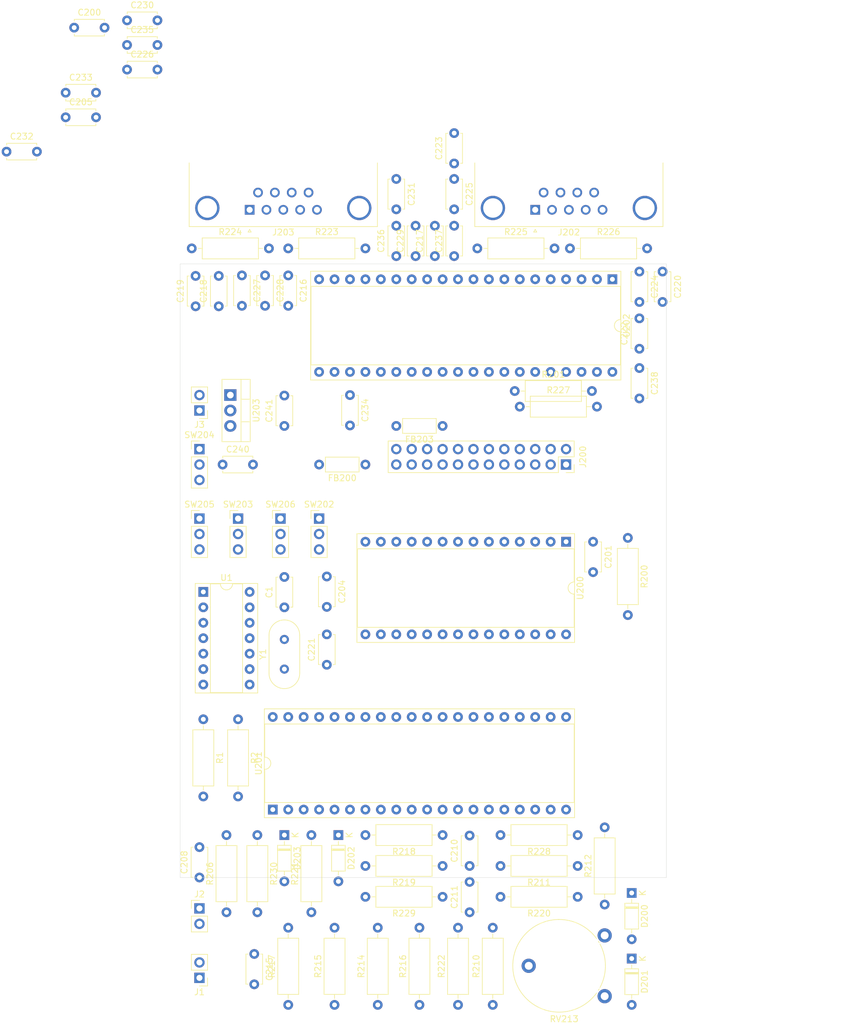
<source format=kicad_pcb>
(kicad_pcb (version 20171130) (host pcbnew "(5.1.5)-3")
  (layers (0 F.Cu signal) (31 B.Cu signal) (34 B.Paste user) (35 F.Paste user) (36 B.SilkS user) (37 F.SilkS user) (38 B.Mask user) (39 F.Mask user) (44 Edge.Cuts user))
  (net 0 "")
  (net 1 "Net-(C1-Pad2)")
  (net 2 "Net-(C1-Pad1)")
  (net 3 GND)
  (net 4 VCC)
  (net 5 "Net-(C201-Pad1)")
  (net 6 CADJ)
  (net 7 "Net-(C208-Pad2)")
  (net 8 "Net-(C208-Pad1)")
  (net 9 "Net-(C210-Pad2)")
  (net 10 "Net-(C210-Pad1)")
  (net 11 "Net-(C211-Pad1)")
  (net 12 "Net-(C215-Pad2)")
  (net 13 "Net-(C216-Pad1)")
  (net 14 "Net-(C217-Pad1)")
  (net 15 "Net-(C219-Pad1)")
  (net 16 "Net-(C220-Pad1)")
  (net 17 "Net-(C221-Pad1)")
  (net 18 /PA0)
  (net 19 /PA1)
  (net 20 /PA2)
  (net 21 /PA3)
  (net 22 /PA4)
  (net 23 /PA5)
  (net 24 /PA6)
  (net 25 /PA7)
  (net 26 "Net-(C231-Pad1)")
  (net 27 "Net-(C232-Pad1)")
  (net 28 "Net-(C233-Pad1)")
  (net 29 "Net-(C234-Pad1)")
  (net 30 "Net-(C235-Pad1)")
  (net 31 "Net-(C238-Pad1)")
  (net 32 +9V)
  (net 33 "Net-(D200-Pad2)")
  (net 34 "Net-(D201-Pad2)")
  (net 35 "Net-(D202-Pad2)")
  (net 36 "Net-(D202-Pad1)")
  (net 37 "Net-(D203-Pad2)")
  (net 38 "Net-(D203-Pad1)")
  (net 39 "Net-(FB200-Pad2)")
  (net 40 "Net-(FB203-Pad1)")
  (net 41 /A8)
  (net 42 /A9)
  (net 43 /A11)
  (net 44 /A10)
  (net 45 /A12)
  (net 46 /D7)
  (net 47 /D6)
  (net 48 /D5)
  (net 49 /D4)
  (net 50 /D3)
  (net 51 /D2)
  (net 52 /D1)
  (net 53 /D0)
  (net 54 /A0)
  (net 55 /A1)
  (net 56 /A2)
  (net 57 /A3)
  (net 58 /A4)
  (net 59 /A5)
  (net 60 /A6)
  (net 61 /A7)
  (net 62 "Net-(R1-Pad2)")
  (net 63 "Net-(R2-Pad1)")
  (net 64 "Net-(R214-Pad2)")
  (net 65 "Net-(R216-Pad2)")
  (net 66 AnalogP2)
  (net 67 AnalogP1)
  (net 68 OSC)
  (net 69 "Net-(U200-Pad28)")
  (net 70 "Net-(U200-Pad27)")
  (net 71 "Net-(U200-Pad26)")
  (net 72 "Net-(R201-Pad1)")
  (module Resistor_THT:R_Axial_DIN0309_L9.0mm_D3.2mm_P12.70mm_Horizontal (layer F.Cu) (at 154.110001 140.305001)
    (fp_text reference R201 (at 6.35 -2.72) (layer F.SilkS))
    (fp_text value 4K7)
    (pad 2 thru_hole oval (at 12.7 0) (size 1.6 1.6) (drill 0.8) (layers *.Cu *.Mask) (net 4 VCC))
    (pad 1 thru_hole circle (at 0 0) (size 1.6 1.6) (drill 0.8) (layers *.Cu *.Mask) (net 72 "Net-(R201-Pad1)"))
  )
  (module Connector_Dsub:DSUB-9_Female_Horizontal_P2.77x2.84mm_EdgePinOffset4.94mm_Housed_MountingHolesOffset7.48mm (layer F.Cu) (at 110.49 110.49 180)
    (fp_text reference J203 (at -5.54 -3.7) (layer F.SilkS))
    (fp_text value Paddle_Two)
    (pad 0 thru_hole circle (at 6.96 0.3 180) (size 4 4) (drill 3.2) (layers *.Cu *.Mask))
    (pad 0 thru_hole circle (at -18.04 0.3 180) (size 4 4) (drill 3.2) (layers *.Cu *.Mask))
    (pad 9 thru_hole circle (at -9.695 2.84 180) (size 1.6 1.6) (drill 1) (layers *.Cu *.Mask) (net 15 "Net-(C219-Pad1)"))
    (pad 8 thru_hole circle (at -6.925 2.84 180) (size 1.6 1.6) (drill 1) (layers *.Cu *.Mask) (net 3 GND))
    (pad 7 thru_hole circle (at -4.155 2.84 180) (size 1.6 1.6) (drill 1) (layers *.Cu *.Mask) (net 4 VCC))
    (pad 6 thru_hole circle (at -1.385 2.84 180) (size 1.6 1.6) (drill 1) (layers *.Cu *.Mask) (net 13 "Net-(C216-Pad1)"))
    (pad 5 thru_hole circle (at -11.08 0 180) (size 1.6 1.6) (drill 1) (layers *.Cu *.Mask) (net 3 GND))
    (pad 4 thru_hole circle (at -8.31 0 180) (size 1.6 1.6) (drill 1) (layers *.Cu *.Mask) (net 25 /PA7))
    (pad 3 thru_hole circle (at -5.54 0 180) (size 1.6 1.6) (drill 1) (layers *.Cu *.Mask) (net 24 /PA6))
    (pad 2 thru_hole circle (at -2.77 0 180) (size 1.6 1.6) (drill 1) (layers *.Cu *.Mask) (net 23 /PA5))
    (pad 1 thru_hole rect (at 0 0 180) (size 1.6 1.6) (drill 1) (layers *.Cu *.Mask) (net 22 /PA4))
  )
  (module Connector_Dsub:DSUB-9_Female_Horizontal_P2.77x2.84mm_EdgePinOffset4.94mm_Housed_MountingHolesOffset7.48mm (layer F.Cu) (at 157.48 110.49 180)
    (fp_text reference J202 (at -5.54 -3.7) (layer F.SilkS))
    (fp_text value Paddle_One)
    (pad 0 thru_hole circle (at 6.96 0.3 180) (size 4 4) (drill 3.2) (layers *.Cu *.Mask))
    (pad 0 thru_hole circle (at -18.04 0.3 180) (size 4 4) (drill 3.2) (layers *.Cu *.Mask))
    (pad 9 thru_hole circle (at -9.695 2.84 180) (size 1.6 1.6) (drill 1) (layers *.Cu *.Mask) (net 17 "Net-(C221-Pad1)"))
    (pad 8 thru_hole circle (at -6.925 2.84 180) (size 1.6 1.6) (drill 1) (layers *.Cu *.Mask) (net 3 GND))
    (pad 7 thru_hole circle (at -4.155 2.84 180) (size 1.6 1.6) (drill 1) (layers *.Cu *.Mask) (net 4 VCC))
    (pad 6 thru_hole circle (at -1.385 2.84 180) (size 1.6 1.6) (drill 1) (layers *.Cu *.Mask) (net 14 "Net-(C217-Pad1)"))
    (pad 5 thru_hole circle (at -11.08 0 180) (size 1.6 1.6) (drill 1) (layers *.Cu *.Mask) (net 16 "Net-(C220-Pad1)"))
    (pad 4 thru_hole circle (at -8.31 0 180) (size 1.6 1.6) (drill 1) (layers *.Cu *.Mask) (net 21 /PA3))
    (pad 3 thru_hole circle (at -5.54 0 180) (size 1.6 1.6) (drill 1) (layers *.Cu *.Mask) (net 20 /PA2))
    (pad 2 thru_hole circle (at -2.77 0 180) (size 1.6 1.6) (drill 1) (layers *.Cu *.Mask) (net 19 /PA1))
    (pad 1 thru_hole rect (at 0 0 180) (size 1.6 1.6) (drill 1) (layers *.Cu *.Mask) (net 18 /PA0))
  )
  (module Package_DIP:DIP-40_W15.24mm_Socket (layer F.Cu) (at 170.18 121.92 270)
    (fp_text reference U202 (at 7.62 -2.33 90) (layer F.SilkS))
    (fp_text value 6532)
    (pad 40 thru_hole oval (at 15.24 0 270) (size 1.6 1.6) (drill 0.8) (layers *.Cu *.Mask) (net 60 /A6))
    (pad 20 thru_hole oval (at 0 48.26 270) (size 1.6 1.6) (drill 0.8) (layers *.Cu *.Mask) (net 4 VCC))
    (pad 39 thru_hole oval (at 15.24 2.54 270) (size 1.6 1.6) (drill 0.8) (layers *.Cu *.Mask) (net 69 "Net-(U200-Pad28)"))
    (pad 19 thru_hole oval (at 0 45.72 270) (size 1.6 1.6) (drill 0.8) (layers *.Cu *.Mask))
    (pad 38 thru_hole oval (at 15.24 5.08 270) (size 1.6 1.6) (drill 0.8) (layers *.Cu *.Mask) (net 61 /A7))
    (pad 18 thru_hole oval (at 0 43.18 270) (size 1.6 1.6) (drill 0.8) (layers *.Cu *.Mask))
    (pad 37 thru_hole oval (at 15.24 7.62 270) (size 1.6 1.6) (drill 0.8) (layers *.Cu *.Mask) (net 45 /A12))
    (pad 17 thru_hole oval (at 0 40.64 270) (size 1.6 1.6) (drill 0.8) (layers *.Cu *.Mask) (net 27 "Net-(C232-Pad1)"))
    (pad 36 thru_hole oval (at 15.24 10.16 270) (size 1.6 1.6) (drill 0.8) (layers *.Cu *.Mask) (net 42 /A9))
    (pad 16 thru_hole oval (at 0 38.1 270) (size 1.6 1.6) (drill 0.8) (layers *.Cu *.Mask) (net 26 "Net-(C231-Pad1)"))
    (pad 35 thru_hole oval (at 15.24 12.7 270) (size 1.6 1.6) (drill 0.8) (layers *.Cu *.Mask) (net 71 "Net-(U200-Pad26)"))
    (pad 15 thru_hole oval (at 0 35.56 270) (size 1.6 1.6) (drill 0.8) (layers *.Cu *.Mask) (net 25 /PA7))
    (pad 34 thru_hole oval (at 15.24 15.24 270) (size 1.6 1.6) (drill 0.8) (layers *.Cu *.Mask) (net 31 "Net-(C238-Pad1)"))
    (pad 14 thru_hole oval (at 0 33.02 270) (size 1.6 1.6) (drill 0.8) (layers *.Cu *.Mask) (net 24 /PA6))
    (pad 33 thru_hole oval (at 15.24 17.78 270) (size 1.6 1.6) (drill 0.8) (layers *.Cu *.Mask) (net 53 /D0))
    (pad 13 thru_hole oval (at 0 30.48 270) (size 1.6 1.6) (drill 0.8) (layers *.Cu *.Mask) (net 23 /PA5))
    (pad 32 thru_hole oval (at 15.24 20.32 270) (size 1.6 1.6) (drill 0.8) (layers *.Cu *.Mask) (net 52 /D1))
    (pad 12 thru_hole oval (at 0 27.94 270) (size 1.6 1.6) (drill 0.8) (layers *.Cu *.Mask) (net 22 /PA4))
    (pad 31 thru_hole oval (at 15.24 22.86 270) (size 1.6 1.6) (drill 0.8) (layers *.Cu *.Mask) (net 51 /D2))
    (pad 11 thru_hole oval (at 0 25.4 270) (size 1.6 1.6) (drill 0.8) (layers *.Cu *.Mask) (net 21 /PA3))
    (pad 30 thru_hole oval (at 15.24 25.4 270) (size 1.6 1.6) (drill 0.8) (layers *.Cu *.Mask) (net 50 /D3))
    (pad 10 thru_hole oval (at 0 22.86 270) (size 1.6 1.6) (drill 0.8) (layers *.Cu *.Mask) (net 20 /PA2))
    (pad 29 thru_hole oval (at 15.24 27.94 270) (size 1.6 1.6) (drill 0.8) (layers *.Cu *.Mask) (net 49 /D4))
    (pad 9 thru_hole oval (at 0 20.32 270) (size 1.6 1.6) (drill 0.8) (layers *.Cu *.Mask) (net 19 /PA1))
    (pad 28 thru_hole oval (at 15.24 30.48 270) (size 1.6 1.6) (drill 0.8) (layers *.Cu *.Mask) (net 48 /D5))
    (pad 8 thru_hole oval (at 0 17.78 270) (size 1.6 1.6) (drill 0.8) (layers *.Cu *.Mask) (net 18 /PA0))
    (pad 27 thru_hole oval (at 15.24 33.02 270) (size 1.6 1.6) (drill 0.8) (layers *.Cu *.Mask) (net 47 /D6))
    (pad 7 thru_hole oval (at 0 15.24 270) (size 1.6 1.6) (drill 0.8) (layers *.Cu *.Mask) (net 54 /A0))
    (pad 26 thru_hole oval (at 15.24 35.56 270) (size 1.6 1.6) (drill 0.8) (layers *.Cu *.Mask) (net 46 /D7))
    (pad 6 thru_hole oval (at 0 12.7 270) (size 1.6 1.6) (drill 0.8) (layers *.Cu *.Mask) (net 55 /A1))
    (pad 25 thru_hole oval (at 15.24 38.1 270) (size 1.6 1.6) (drill 0.8) (layers *.Cu *.Mask))
    (pad 5 thru_hole oval (at 0 10.16 270) (size 1.6 1.6) (drill 0.8) (layers *.Cu *.Mask) (net 56 /A2))
    (pad 24 thru_hole oval (at 15.24 40.64 270) (size 1.6 1.6) (drill 0.8) (layers *.Cu *.Mask) (net 30 "Net-(C235-Pad1)"))
    (pad 4 thru_hole oval (at 0 7.62 270) (size 1.6 1.6) (drill 0.8) (layers *.Cu *.Mask) (net 57 /A3))
    (pad 23 thru_hole oval (at 15.24 43.18 270) (size 1.6 1.6) (drill 0.8) (layers *.Cu *.Mask) (net 29 "Net-(C234-Pad1)"))
    (pad 3 thru_hole oval (at 0 5.08 270) (size 1.6 1.6) (drill 0.8) (layers *.Cu *.Mask) (net 58 /A4))
    (pad 22 thru_hole oval (at 15.24 45.72 270) (size 1.6 1.6) (drill 0.8) (layers *.Cu *.Mask))
    (pad 2 thru_hole oval (at 0 2.54 270) (size 1.6 1.6) (drill 0.8) (layers *.Cu *.Mask) (net 58 /A4))
    (pad 21 thru_hole oval (at 15.24 48.26 270) (size 1.6 1.6) (drill 0.8) (layers *.Cu *.Mask) (net 28 "Net-(C233-Pad1)"))
    (pad 1 thru_hole rect (at 0 0 270) (size 1.6 1.6) (drill 0.8) (layers *.Cu *.Mask) (net 3 GND))
  )
  (module Package_DIP:DIP-40_W15.24mm_Socket (layer F.Cu) (at 114.3 209.169 90)
    (fp_text reference U201 (at 7.62 -2.33 90) (layer F.SilkS))
    (fp_text value TIA)
    (pad 40 thru_hole oval (at 15.24 0 90) (size 1.6 1.6) (drill 0.8) (layers *.Cu *.Mask) (net 3 GND))
    (pad 20 thru_hole oval (at 0 48.26 90) (size 1.6 1.6) (drill 0.8) (layers *.Cu *.Mask) (net 4 VCC))
    (pad 39 thru_hole oval (at 15.24 2.54 90) (size 1.6 1.6) (drill 0.8) (layers *.Cu *.Mask) (net 15 "Net-(C219-Pad1)"))
    (pad 19 thru_hole oval (at 0 45.72 90) (size 1.6 1.6) (drill 0.8) (layers *.Cu *.Mask) (net 48 /D5))
    (pad 38 thru_hole oval (at 15.24 5.08 90) (size 1.6 1.6) (drill 0.8) (layers *.Cu *.Mask) (net 16 "Net-(C220-Pad1)"))
    (pad 18 thru_hole oval (at 0 43.18 90) (size 1.6 1.6) (drill 0.8) (layers *.Cu *.Mask) (net 49 /D4))
    (pad 37 thru_hole oval (at 15.24 7.62 90) (size 1.6 1.6) (drill 0.8) (layers *.Cu *.Mask) (net 17 "Net-(C221-Pad1)"))
    (pad 17 thru_hole oval (at 0 40.64 90) (size 1.6 1.6) (drill 0.8) (layers *.Cu *.Mask) (net 50 /D3))
    (pad 36 thru_hole oval (at 15.24 10.16 90) (size 1.6 1.6) (drill 0.8) (layers *.Cu *.Mask) (net 66 AnalogP2))
    (pad 16 thru_hole oval (at 0 38.1 90) (size 1.6 1.6) (drill 0.8) (layers *.Cu *.Mask) (net 51 /D2))
    (pad 35 thru_hole oval (at 15.24 12.7 90) (size 1.6 1.6) (drill 0.8) (layers *.Cu *.Mask) (net 67 AnalogP1))
    (pad 15 thru_hole oval (at 0 35.56 90) (size 1.6 1.6) (drill 0.8) (layers *.Cu *.Mask) (net 52 /D1))
    (pad 34 thru_hole oval (at 15.24 15.24 90) (size 1.6 1.6) (drill 0.8) (layers *.Cu *.Mask) (net 46 /D7))
    (pad 14 thru_hole oval (at 0 33.02 90) (size 1.6 1.6) (drill 0.8) (layers *.Cu *.Mask) (net 53 /D0))
    (pad 33 thru_hole oval (at 15.24 17.78 90) (size 1.6 1.6) (drill 0.8) (layers *.Cu *.Mask) (net 47 /D6))
    (pad 13 thru_hole oval (at 0 30.48 90) (size 1.6 1.6) (drill 0.8) (layers *.Cu *.Mask) (net 7 "Net-(C208-Pad2)"))
    (pad 32 thru_hole oval (at 15.24 20.32 90) (size 1.6 1.6) (drill 0.8) (layers *.Cu *.Mask) (net 54 /A0))
    (pad 12 thru_hole oval (at 0 27.94 90) (size 1.6 1.6) (drill 0.8) (layers *.Cu *.Mask) (net 7 "Net-(C208-Pad2)"))
    (pad 31 thru_hole oval (at 15.24 22.86 90) (size 1.6 1.6) (drill 0.8) (layers *.Cu *.Mask) (net 55 /A1))
    (pad 11 thru_hole oval (at 0 25.4 90) (size 1.6 1.6) (drill 0.8) (layers *.Cu *.Mask) (net 68 OSC))
    (pad 30 thru_hole oval (at 15.24 25.4 90) (size 1.6 1.6) (drill 0.8) (layers *.Cu *.Mask) (net 56 /A2))
    (pad 10 thru_hole oval (at 0 22.86 90) (size 1.6 1.6) (drill 0.8) (layers *.Cu *.Mask) (net 6 CADJ))
    (pad 29 thru_hole oval (at 15.24 27.94 90) (size 1.6 1.6) (drill 0.8) (layers *.Cu *.Mask) (net 57 /A3))
    (pad 9 thru_hole oval (at 0 20.32 90) (size 1.6 1.6) (drill 0.8) (layers *.Cu *.Mask) (net 9 "Net-(C210-Pad2)"))
    (pad 28 thru_hole oval (at 15.24 30.48 90) (size 1.6 1.6) (drill 0.8) (layers *.Cu *.Mask) (net 58 /A4))
    (pad 8 thru_hole oval (at 0 17.78 90) (size 1.6 1.6) (drill 0.8) (layers *.Cu *.Mask) (net 65 "Net-(R216-Pad2)"))
    (pad 27 thru_hole oval (at 15.24 33.02 90) (size 1.6 1.6) (drill 0.8) (layers *.Cu *.Mask) (net 58 /A4))
    (pad 7 thru_hole oval (at 0 15.24 90) (size 1.6 1.6) (drill 0.8) (layers *.Cu *.Mask) (net 64 "Net-(R214-Pad2)"))
    (pad 26 thru_hole oval (at 15.24 35.56 90) (size 1.6 1.6) (drill 0.8) (layers *.Cu *.Mask) (net 69 "Net-(U200-Pad28)"))
    (pad 6 thru_hole oval (at 0 12.7 90) (size 1.6 1.6) (drill 0.8) (layers *.Cu *.Mask))
    (pad 25 thru_hole oval (at 15.24 38.1 90) (size 1.6 1.6) (drill 0.8) (layers *.Cu *.Mask) (net 71 "Net-(U200-Pad26)"))
    (pad 5 thru_hole oval (at 0 10.16 90) (size 1.6 1.6) (drill 0.8) (layers *.Cu *.Mask) (net 36 "Net-(D202-Pad1)"))
    (pad 24 thru_hole oval (at 15.24 40.64 90) (size 1.6 1.6) (drill 0.8) (layers *.Cu *.Mask) (net 45 /A12))
    (pad 4 thru_hole oval (at 0 7.62 90) (size 1.6 1.6) (drill 0.8) (layers *.Cu *.Mask) (net 70 "Net-(U200-Pad27)"))
    (pad 23 thru_hole oval (at 15.24 43.18 90) (size 1.6 1.6) (drill 0.8) (layers *.Cu *.Mask) (net 4 VCC))
    (pad 3 thru_hole oval (at 0 5.08 90) (size 1.6 1.6) (drill 0.8) (layers *.Cu *.Mask) (net 72 "Net-(R201-Pad1)"))
    (pad 22 thru_hole oval (at 15.24 45.72 90) (size 1.6 1.6) (drill 0.8) (layers *.Cu *.Mask) (net 3 GND))
    (pad 2 thru_hole oval (at 0 2.54 90) (size 1.6 1.6) (drill 0.8) (layers *.Cu *.Mask) (net 38 "Net-(D203-Pad1)"))
    (pad 21 thru_hole oval (at 15.24 48.26 90) (size 1.6 1.6) (drill 0.8) (layers *.Cu *.Mask) (net 61 /A7))
    (pad 1 thru_hole rect (at 0 0 90) (size 1.6 1.6) (drill 0.8) (layers *.Cu *.Mask) (net 3 GND))
  )
  (module Crystal:Crystal_HC49-U_Vertical (layer F.Cu) (at 116.205 186.055 90)
    (fp_text reference Y1 (at 2.44 -3.525 90) (layer F.SilkS))
    (fp_text value 3.59545Mhz)
    (pad 2 thru_hole circle (at 4.88 0 90) (size 1.5 1.5) (drill 0.8) (layers *.Cu *.Mask) (net 63 "Net-(R2-Pad1)"))
    (pad 1 thru_hole circle (at 0 0 90) (size 1.5 1.5) (drill 0.8) (layers *.Cu *.Mask) (net 62 "Net-(R1-Pad2)"))
  )
  (module Package_TO_SOT_THT:TO-220-3_Vertical (layer F.Cu) (at 107.315 140.97 270)
    (fp_text reference U203 (at 2.54 -4.27 90) (layer F.SilkS))
    (fp_text value L7805)
    (pad 3 thru_hole oval (at 5.08 0 270) (size 1.905 2) (drill 1.1) (layers *.Cu *.Mask) (net 4 VCC))
    (pad 2 thru_hole oval (at 2.54 0 270) (size 1.905 2) (drill 1.1) (layers *.Cu *.Mask) (net 3 GND))
    (pad 1 thru_hole rect (at 0 0 270) (size 1.905 2) (drill 1.1) (layers *.Cu *.Mask) (net 32 +9V))
  )
  (module Package_DIP:DIP-28_W15.24mm_Socket (layer F.Cu) (at 162.56 165.1 270)
    (fp_text reference U200 (at 7.62 -2.33 90) (layer F.SilkS))
    (fp_text value R6507)
    (pad 28 thru_hole oval (at 15.24 0 270) (size 1.6 1.6) (drill 0.8) (layers *.Cu *.Mask) (net 69 "Net-(U200-Pad28)"))
    (pad 14 thru_hole oval (at 0 33.02 270) (size 1.6 1.6) (drill 0.8) (layers *.Cu *.Mask) (net 42 /A9))
    (pad 27 thru_hole oval (at 15.24 2.54 270) (size 1.6 1.6) (drill 0.8) (layers *.Cu *.Mask) (net 70 "Net-(U200-Pad27)"))
    (pad 13 thru_hole oval (at 0 30.48 270) (size 1.6 1.6) (drill 0.8) (layers *.Cu *.Mask) (net 41 /A8))
    (pad 26 thru_hole oval (at 15.24 5.08 270) (size 1.6 1.6) (drill 0.8) (layers *.Cu *.Mask) (net 71 "Net-(U200-Pad26)"))
    (pad 12 thru_hole oval (at 0 27.94 270) (size 1.6 1.6) (drill 0.8) (layers *.Cu *.Mask) (net 61 /A7))
    (pad 25 thru_hole oval (at 15.24 7.62 270) (size 1.6 1.6) (drill 0.8) (layers *.Cu *.Mask) (net 53 /D0))
    (pad 11 thru_hole oval (at 0 25.4 270) (size 1.6 1.6) (drill 0.8) (layers *.Cu *.Mask) (net 60 /A6))
    (pad 24 thru_hole oval (at 15.24 10.16 270) (size 1.6 1.6) (drill 0.8) (layers *.Cu *.Mask) (net 52 /D1))
    (pad 10 thru_hole oval (at 0 22.86 270) (size 1.6 1.6) (drill 0.8) (layers *.Cu *.Mask) (net 59 /A5))
    (pad 23 thru_hole oval (at 15.24 12.7 270) (size 1.6 1.6) (drill 0.8) (layers *.Cu *.Mask) (net 51 /D2))
    (pad 9 thru_hole oval (at 0 20.32 270) (size 1.6 1.6) (drill 0.8) (layers *.Cu *.Mask) (net 58 /A4))
    (pad 22 thru_hole oval (at 15.24 15.24 270) (size 1.6 1.6) (drill 0.8) (layers *.Cu *.Mask) (net 50 /D3))
    (pad 8 thru_hole oval (at 0 17.78 270) (size 1.6 1.6) (drill 0.8) (layers *.Cu *.Mask) (net 57 /A3))
    (pad 21 thru_hole oval (at 15.24 17.78 270) (size 1.6 1.6) (drill 0.8) (layers *.Cu *.Mask) (net 49 /D4))
    (pad 7 thru_hole oval (at 0 15.24 270) (size 1.6 1.6) (drill 0.8) (layers *.Cu *.Mask) (net 56 /A2))
    (pad 20 thru_hole oval (at 15.24 20.32 270) (size 1.6 1.6) (drill 0.8) (layers *.Cu *.Mask) (net 48 /D5))
    (pad 6 thru_hole oval (at 0 12.7 270) (size 1.6 1.6) (drill 0.8) (layers *.Cu *.Mask) (net 55 /A1))
    (pad 19 thru_hole oval (at 15.24 22.86 270) (size 1.6 1.6) (drill 0.8) (layers *.Cu *.Mask) (net 47 /D6))
    (pad 5 thru_hole oval (at 0 10.16 270) (size 1.6 1.6) (drill 0.8) (layers *.Cu *.Mask) (net 54 /A0))
    (pad 18 thru_hole oval (at 15.24 25.4 270) (size 1.6 1.6) (drill 0.8) (layers *.Cu *.Mask) (net 46 /D7))
    (pad 4 thru_hole oval (at 0 7.62 270) (size 1.6 1.6) (drill 0.8) (layers *.Cu *.Mask) (net 4 VCC))
    (pad 17 thru_hole oval (at 15.24 27.94 270) (size 1.6 1.6) (drill 0.8) (layers *.Cu *.Mask) (net 45 /A12))
    (pad 3 thru_hole oval (at 0 5.08 270) (size 1.6 1.6) (drill 0.8) (layers *.Cu *.Mask) (net 72 "Net-(R201-Pad1)"))
    (pad 16 thru_hole oval (at 15.24 30.48 270) (size 1.6 1.6) (drill 0.8) (layers *.Cu *.Mask) (net 43 /A11))
    (pad 2 thru_hole oval (at 0 2.54 270) (size 1.6 1.6) (drill 0.8) (layers *.Cu *.Mask) (net 3 GND))
    (pad 15 thru_hole oval (at 15.24 33.02 270) (size 1.6 1.6) (drill 0.8) (layers *.Cu *.Mask) (net 44 /A10))
    (pad 1 thru_hole rect (at 0 0 270) (size 1.6 1.6) (drill 0.8) (layers *.Cu *.Mask) (net 5 "Net-(C201-Pad1)"))
  )
  (module Package_DIP:DIP-14_W7.62mm_Socket (layer F.Cu) (at 102.87 173.355)
    (fp_text reference U1 (at 3.81 -2.33) (layer F.SilkS))
    (fp_text value 74LS04)
    (pad 14 thru_hole oval (at 7.62 0) (size 1.6 1.6) (drill 0.8) (layers *.Cu *.Mask) (net 4 VCC))
    (pad 7 thru_hole oval (at 0 15.24) (size 1.6 1.6) (drill 0.8) (layers *.Cu *.Mask) (net 3 GND))
    (pad 13 thru_hole oval (at 7.62 2.54) (size 1.6 1.6) (drill 0.8) (layers *.Cu *.Mask) (net 2 "Net-(C1-Pad1)"))
    (pad 6 thru_hole oval (at 0 12.7) (size 1.6 1.6) (drill 0.8) (layers *.Cu *.Mask))
    (pad 12 thru_hole oval (at 7.62 5.08) (size 1.6 1.6) (drill 0.8) (layers *.Cu *.Mask) (net 62 "Net-(R1-Pad2)"))
    (pad 5 thru_hole oval (at 0 10.16) (size 1.6 1.6) (drill 0.8) (layers *.Cu *.Mask))
    (pad 11 thru_hole oval (at 7.62 7.62) (size 1.6 1.6) (drill 0.8) (layers *.Cu *.Mask) (net 63 "Net-(R2-Pad1)"))
    (pad 4 thru_hole oval (at 0 7.62) (size 1.6 1.6) (drill 0.8) (layers *.Cu *.Mask))
    (pad 10 thru_hole oval (at 7.62 10.16) (size 1.6 1.6) (drill 0.8) (layers *.Cu *.Mask) (net 1 "Net-(C1-Pad2)"))
    (pad 3 thru_hole oval (at 0 5.08) (size 1.6 1.6) (drill 0.8) (layers *.Cu *.Mask))
    (pad 9 thru_hole oval (at 7.62 12.7) (size 1.6 1.6) (drill 0.8) (layers *.Cu *.Mask) (net 62 "Net-(R1-Pad2)"))
    (pad 2 thru_hole oval (at 0 2.54) (size 1.6 1.6) (drill 0.8) (layers *.Cu *.Mask))
    (pad 8 thru_hole oval (at 7.62 15.24) (size 1.6 1.6) (drill 0.8) (layers *.Cu *.Mask) (net 68 OSC))
    (pad 1 thru_hole rect (at 0 0) (size 1.6 1.6) (drill 0.8) (layers *.Cu *.Mask))
  )
  (module Connector_PinHeader_2.54mm:PinHeader_1x03_P2.54mm_Vertical (layer F.Cu) (at 115.57 161.29)
    (fp_text reference SW206 (at 0 -2.33) (layer F.SilkS))
    (fp_text value "RIGHT Dif")
    (pad 3 thru_hole oval (at 0 5.08) (size 1.7 1.7) (drill 1) (layers *.Cu *.Mask))
    (pad 2 thru_hole oval (at 0 2.54) (size 1.7 1.7) (drill 1) (layers *.Cu *.Mask) (net 3 GND))
    (pad 1 thru_hole rect (at 0 0) (size 1.7 1.7) (drill 1) (layers *.Cu *.Mask) (net 26 "Net-(C231-Pad1)"))
  )
  (module Connector_PinHeader_2.54mm:PinHeader_1x03_P2.54mm_Vertical (layer F.Cu) (at 102.235 161.29)
    (fp_text reference SW205 (at 0 -2.33) (layer F.SilkS))
    (fp_text value "Left Dif")
    (pad 3 thru_hole oval (at 0 5.08) (size 1.7 1.7) (drill 1) (layers *.Cu *.Mask))
    (pad 2 thru_hole oval (at 0 2.54) (size 1.7 1.7) (drill 1) (layers *.Cu *.Mask) (net 3 GND))
    (pad 1 thru_hole rect (at 0 0) (size 1.7 1.7) (drill 1) (layers *.Cu *.Mask) (net 27 "Net-(C232-Pad1)"))
  )
  (module Connector_PinHeader_2.54mm:PinHeader_1x03_P2.54mm_Vertical (layer F.Cu) (at 102.235 149.86)
    (fp_text reference SW204 (at 0 -2.33) (layer F.SilkS))
    (fp_text value B/W)
    (pad 3 thru_hole oval (at 0 5.08) (size 1.7 1.7) (drill 1) (layers *.Cu *.Mask))
    (pad 2 thru_hole oval (at 0 2.54) (size 1.7 1.7) (drill 1) (layers *.Cu *.Mask) (net 3 GND))
    (pad 1 thru_hole rect (at 0 0) (size 1.7 1.7) (drill 1) (layers *.Cu *.Mask) (net 28 "Net-(C233-Pad1)"))
  )
  (module Connector_PinHeader_2.54mm:PinHeader_1x03_P2.54mm_Vertical (layer F.Cu) (at 108.585 161.29)
    (fp_text reference SW203 (at 0 -2.33) (layer F.SilkS))
    (fp_text value SELECT)
    (pad 3 thru_hole oval (at 0 5.08) (size 1.7 1.7) (drill 1) (layers *.Cu *.Mask))
    (pad 2 thru_hole oval (at 0 2.54) (size 1.7 1.7) (drill 1) (layers *.Cu *.Mask) (net 3 GND))
    (pad 1 thru_hole rect (at 0 0) (size 1.7 1.7) (drill 1) (layers *.Cu *.Mask) (net 30 "Net-(C235-Pad1)"))
  )
  (module Connector_PinHeader_2.54mm:PinHeader_1x03_P2.54mm_Vertical (layer F.Cu) (at 121.92 161.29)
    (fp_text reference SW202 (at 0 -2.33) (layer F.SilkS))
    (fp_text value RESET)
    (pad 3 thru_hole oval (at 0 5.08) (size 1.7 1.7) (drill 1) (layers *.Cu *.Mask))
    (pad 2 thru_hole oval (at 0 2.54) (size 1.7 1.7) (drill 1) (layers *.Cu *.Mask) (net 3 GND))
    (pad 1 thru_hole rect (at 0 0) (size 1.7 1.7) (drill 1) (layers *.Cu *.Mask) (net 29 "Net-(C234-Pad1)"))
  )
  (module Potentiometer_THT:Potentiometer_Piher_PT-15-V02_Vertical (layer F.Cu) (at 168.91 229.87 180)
    (fp_text reference RV213 (at 6.665 -13.75) (layer F.SilkS))
    (fp_text value 500K)
    (pad 1 thru_hole circle (at 0 0 180) (size 2.34 2.34) (drill 1.3) (layers *.Cu *.Mask) (net 3 GND))
    (pad 2 thru_hole circle (at 12.5 -5 180) (size 2.34 2.34) (drill 1.3) (layers *.Cu *.Mask) (net 6 CADJ))
    (pad 3 thru_hole circle (at 0 -10 180) (size 2.34 2.34) (drill 1.3) (layers *.Cu *.Mask) (net 34 "Net-(D201-Pad2)"))
  )
  (module Resistor_THT:R_Axial_DIN0309_L9.0mm_D3.2mm_P12.70mm_Horizontal (layer F.Cu) (at 111.76 213.36 270)
    (fp_text reference R230 (at 6.35 -2.72 90) (layer F.SilkS))
    (fp_text value 10K)
    (pad 2 thru_hole oval (at 12.7 0 270) (size 1.6 1.6) (drill 0.8) (layers *.Cu *.Mask) (net 37 "Net-(D203-Pad2)"))
    (pad 1 thru_hole circle (at 0 0 270) (size 1.6 1.6) (drill 0.8) (layers *.Cu *.Mask) (net 4 VCC))
  )
  (module Resistor_THT:R_Axial_DIN0309_L9.0mm_D3.2mm_P12.70mm_Horizontal (layer F.Cu) (at 142.24 223.52 180)
    (fp_text reference R229 (at 6.35 -2.72) (layer F.SilkS))
    (fp_text value 10K)
    (pad 2 thru_hole oval (at 12.7 0 180) (size 1.6 1.6) (drill 0.8) (layers *.Cu *.Mask) (net 35 "Net-(D202-Pad2)"))
    (pad 1 thru_hole circle (at 0 0 180) (size 1.6 1.6) (drill 0.8) (layers *.Cu *.Mask) (net 4 VCC))
  )
  (module Resistor_THT:R_Axial_DIN0309_L9.0mm_D3.2mm_P12.70mm_Horizontal (layer F.Cu) (at 164.465 213.36 180)
    (fp_text reference R228 (at 6.35 -2.72) (layer F.SilkS))
    (fp_text value 1K)
    (pad 2 thru_hole oval (at 12.7 0 180) (size 1.6 1.6) (drill 0.8) (layers *.Cu *.Mask) (net 9 "Net-(C210-Pad2)"))
    (pad 1 thru_hole circle (at 0 0 180) (size 1.6 1.6) (drill 0.8) (layers *.Cu *.Mask) (net 4 VCC))
  )
  (module Resistor_THT:R_Axial_DIN0309_L9.0mm_D3.2mm_P12.70mm_Horizontal (layer F.Cu) (at 154.94 142.875)
    (fp_text reference R227 (at 6.35 -2.72) (layer F.SilkS))
    (fp_text value 24K)
    (pad 2 thru_hole oval (at 12.7 0) (size 1.6 1.6) (drill 0.8) (layers *.Cu *.Mask) (net 4 VCC))
    (pad 1 thru_hole circle (at 0 0) (size 1.6 1.6) (drill 0.8) (layers *.Cu *.Mask) (net 31 "Net-(C238-Pad1)"))
  )
  (module Resistor_THT:R_Axial_DIN0309_L9.0mm_D3.2mm_P12.70mm_Horizontal (layer F.Cu) (at 163.195 116.84)
    (fp_text reference R226 (at 6.35 -2.72) (layer F.SilkS))
    (fp_text value 10k)
    (pad 2 thru_hole oval (at 12.7 0) (size 1.6 1.6) (drill 0.8) (layers *.Cu *.Mask) (net 4 VCC))
    (pad 1 thru_hole circle (at 0 0) (size 1.6 1.6) (drill 0.8) (layers *.Cu *.Mask) (net 67 AnalogP1))
  )
  (module Resistor_THT:R_Axial_DIN0309_L9.0mm_D3.2mm_P12.70mm_Horizontal (layer F.Cu) (at 147.955 116.84)
    (fp_text reference R225 (at 6.35 -2.72) (layer F.SilkS))
    (fp_text value 220R)
    (pad 2 thru_hole oval (at 12.7 0) (size 1.6 1.6) (drill 0.8) (layers *.Cu *.Mask) (net 67 AnalogP1))
    (pad 1 thru_hole circle (at 0 0) (size 1.6 1.6) (drill 0.8) (layers *.Cu *.Mask) (net 14 "Net-(C217-Pad1)"))
  )
  (module Resistor_THT:R_Axial_DIN0309_L9.0mm_D3.2mm_P12.70mm_Horizontal (layer F.Cu) (at 100.965 116.84)
    (fp_text reference R224 (at 6.35 -2.72) (layer F.SilkS))
    (fp_text value 220R)
    (pad 2 thru_hole oval (at 12.7 0) (size 1.6 1.6) (drill 0.8) (layers *.Cu *.Mask) (net 66 AnalogP2))
    (pad 1 thru_hole circle (at 0 0) (size 1.6 1.6) (drill 0.8) (layers *.Cu *.Mask) (net 13 "Net-(C216-Pad1)"))
  )
  (module Resistor_THT:R_Axial_DIN0309_L9.0mm_D3.2mm_P12.70mm_Horizontal (layer F.Cu) (at 116.84 116.84)
    (fp_text reference R223 (at 6.35 -2.72) (layer F.SilkS))
    (fp_text value 10K)
    (pad 2 thru_hole oval (at 12.7 0) (size 1.6 1.6) (drill 0.8) (layers *.Cu *.Mask) (net 4 VCC))
    (pad 1 thru_hole circle (at 0 0) (size 1.6 1.6) (drill 0.8) (layers *.Cu *.Mask) (net 66 AnalogP2))
  )
  (module Resistor_THT:R_Axial_DIN0309_L9.0mm_D3.2mm_P12.70mm_Horizontal (layer F.Cu) (at 144.78 241.3 90)
    (fp_text reference R222 (at 6.35 -2.72 90) (layer F.SilkS))
    (fp_text value 15K)
    (pad 2 thru_hole oval (at 12.7 0 90) (size 1.6 1.6) (drill 0.8) (layers *.Cu *.Mask) (net 3 GND))
    (pad 1 thru_hole circle (at 0 0 90) (size 1.6 1.6) (drill 0.8) (layers *.Cu *.Mask) (net 12 "Net-(C215-Pad2)"))
  )
  (module Resistor_THT:R_Axial_DIN0309_L9.0mm_D3.2mm_P12.70mm_Horizontal (layer F.Cu) (at 120.65 226.06 90)
    (fp_text reference R221 (at 6.35 -2.72 90) (layer F.SilkS))
    (fp_text value 4K7)
    (pad 2 thru_hole oval (at 12.7 0 90) (size 1.6 1.6) (drill 0.8) (layers *.Cu *.Mask) (net 38 "Net-(D203-Pad1)"))
    (pad 1 thru_hole circle (at 0 0 90) (size 1.6 1.6) (drill 0.8) (layers *.Cu *.Mask) (net 4 VCC))
  )
  (module Resistor_THT:R_Axial_DIN0309_L9.0mm_D3.2mm_P12.70mm_Horizontal (layer F.Cu) (at 164.465 223.52 180)
    (fp_text reference R220 (at 6.35 -2.72) (layer F.SilkS))
    (fp_text value 3K3)
    (pad 2 thru_hole oval (at 12.7 0 180) (size 1.6 1.6) (drill 0.8) (layers *.Cu *.Mask) (net 65 "Net-(R216-Pad2)"))
    (pad 1 thru_hole circle (at 0 0 180) (size 1.6 1.6) (drill 0.8) (layers *.Cu *.Mask) (net 4 VCC))
  )
  (module Resistor_THT:R_Axial_DIN0309_L9.0mm_D3.2mm_P12.70mm_Horizontal (layer F.Cu) (at 142.24 218.44 180)
    (fp_text reference R219 (at 6.35 -2.72) (layer F.SilkS))
    (fp_text value 4K7)
    (pad 2 thru_hole oval (at 12.7 0 180) (size 1.6 1.6) (drill 0.8) (layers *.Cu *.Mask) (net 36 "Net-(D202-Pad1)"))
    (pad 1 thru_hole circle (at 0 0 180) (size 1.6 1.6) (drill 0.8) (layers *.Cu *.Mask) (net 4 VCC))
  )
  (module Resistor_THT:R_Axial_DIN0309_L9.0mm_D3.2mm_P12.70mm_Horizontal (layer F.Cu) (at 142.24 213.36 180)
    (fp_text reference R218 (at 6.35 -2.72) (layer F.SilkS))
    (fp_text value 3K3)
    (pad 2 thru_hole oval (at 12.7 0 180) (size 1.6 1.6) (drill 0.8) (layers *.Cu *.Mask) (net 64 "Net-(R214-Pad2)"))
    (pad 1 thru_hole circle (at 0 0 180) (size 1.6 1.6) (drill 0.8) (layers *.Cu *.Mask) (net 4 VCC))
  )
  (module Resistor_THT:R_Axial_DIN0309_L9.0mm_D3.2mm_P12.70mm_Horizontal (layer F.Cu) (at 116.84 241.3 90)
    (fp_text reference R217 (at 6.35 -2.72 90) (layer F.SilkS))
    (fp_text value 24K)
    (pad 2 thru_hole oval (at 12.7 0 90) (size 1.6 1.6) (drill 0.8) (layers *.Cu *.Mask) (net 37 "Net-(D203-Pad2)"))
    (pad 1 thru_hole circle (at 0 0 90) (size 1.6 1.6) (drill 0.8) (layers *.Cu *.Mask) (net 12 "Net-(C215-Pad2)"))
  )
  (module Resistor_THT:R_Axial_DIN0309_L9.0mm_D3.2mm_P12.70mm_Horizontal (layer F.Cu) (at 138.43 241.3 90)
    (fp_text reference R216 (at 6.35 -2.72 90) (layer F.SilkS))
    (fp_text value 110K)
    (pad 2 thru_hole oval (at 12.7 0 90) (size 1.6 1.6) (drill 0.8) (layers *.Cu *.Mask) (net 65 "Net-(R216-Pad2)"))
    (pad 1 thru_hole circle (at 0 0 90) (size 1.6 1.6) (drill 0.8) (layers *.Cu *.Mask) (net 12 "Net-(C215-Pad2)"))
  )
  (module Resistor_THT:R_Axial_DIN0309_L9.0mm_D3.2mm_P12.70mm_Horizontal (layer F.Cu) (at 124.46 241.3 90)
    (fp_text reference R215 (at 6.35 -2.72 90) (layer F.SilkS))
    (fp_text value 47K)
    (pad 2 thru_hole oval (at 12.7 0 90) (size 1.6 1.6) (drill 0.8) (layers *.Cu *.Mask) (net 35 "Net-(D202-Pad2)"))
    (pad 1 thru_hole circle (at 0 0 90) (size 1.6 1.6) (drill 0.8) (layers *.Cu *.Mask) (net 12 "Net-(C215-Pad2)"))
  )
  (module Resistor_THT:R_Axial_DIN0309_L9.0mm_D3.2mm_P12.70mm_Horizontal (layer F.Cu) (at 131.572 241.3 90)
    (fp_text reference R214 (at 6.35 -2.72 90) (layer F.SilkS))
    (fp_text value 27K)
    (pad 2 thru_hole oval (at 12.7 0 90) (size 1.6 1.6) (drill 0.8) (layers *.Cu *.Mask) (net 64 "Net-(R214-Pad2)"))
    (pad 1 thru_hole circle (at 0 0 90) (size 1.6 1.6) (drill 0.8) (layers *.Cu *.Mask) (net 12 "Net-(C215-Pad2)"))
  )
  (module Resistor_THT:R_Axial_DIN0309_L9.0mm_D3.2mm_P12.70mm_Horizontal (layer F.Cu) (at 168.91 224.79 90)
    (fp_text reference R212 (at 6.35 -2.72 90) (layer F.SilkS))
    (fp_text value 4K7)
    (pad 2 thru_hole oval (at 12.7 0 90) (size 1.6 1.6) (drill 0.8) (layers *.Cu *.Mask) (net 32 +9V))
    (pad 1 thru_hole circle (at 0 0 90) (size 1.6 1.6) (drill 0.8) (layers *.Cu *.Mask) (net 34 "Net-(D201-Pad2)"))
  )
  (module Resistor_THT:R_Axial_DIN0309_L9.0mm_D3.2mm_P12.70mm_Horizontal (layer F.Cu) (at 164.465 218.44 180)
    (fp_text reference R211 (at 6.35 -2.72) (layer F.SilkS))
    (fp_text value 1K)
    (pad 2 thru_hole oval (at 12.7 0 180) (size 1.6 1.6) (drill 0.8) (layers *.Cu *.Mask) (net 10 "Net-(C210-Pad1)"))
    (pad 1 thru_hole circle (at 0 0 180) (size 1.6 1.6) (drill 0.8) (layers *.Cu *.Mask) (net 4 VCC))
  )
  (module Resistor_THT:R_Axial_DIN0309_L9.0mm_D3.2mm_P12.70mm_Horizontal (layer F.Cu) (at 150.495 241.3 90)
    (fp_text reference R210 (at 6.35 -2.72 90) (layer F.SilkS))
    (fp_text value 6k8)
    (pad 2 thru_hole oval (at 12.7 0 90) (size 1.6 1.6) (drill 0.8) (layers *.Cu *.Mask) (net 11 "Net-(C211-Pad1)"))
    (pad 1 thru_hole circle (at 0 0 90) (size 1.6 1.6) (drill 0.8) (layers *.Cu *.Mask) (net 12 "Net-(C215-Pad2)"))
  )
  (module Resistor_THT:R_Axial_DIN0309_L9.0mm_D3.2mm_P12.70mm_Horizontal (layer F.Cu) (at 106.68 226.06 90)
    (fp_text reference R206 (at 6.35 -2.72 90) (layer F.SilkS))
    (fp_text value 1K)
    (pad 2 thru_hole oval (at 12.7 0 90) (size 1.6 1.6) (drill 0.8) (layers *.Cu *.Mask) (net 4 VCC))
    (pad 1 thru_hole circle (at 0 0 90) (size 1.6 1.6) (drill 0.8) (layers *.Cu *.Mask) (net 7 "Net-(C208-Pad2)"))
  )
  (module Resistor_THT:R_Axial_DIN0309_L9.0mm_D3.2mm_P12.70mm_Horizontal (layer F.Cu) (at 172.72 164.465 270)
    (fp_text reference R200 (at 6.35 -2.72 90) (layer F.SilkS))
    (fp_text value 24K)
    (pad 2 thru_hole oval (at 12.7 0 270) (size 1.6 1.6) (drill 0.8) (layers *.Cu *.Mask) (net 4 VCC))
    (pad 1 thru_hole circle (at 0 0 270) (size 1.6 1.6) (drill 0.8) (layers *.Cu *.Mask) (net 5 "Net-(C201-Pad1)"))
  )
  (module Resistor_THT:R_Axial_DIN0309_L9.0mm_D3.2mm_P12.70mm_Horizontal (layer F.Cu) (at 108.585 194.31 270)
    (fp_text reference R2 (at 6.35 -2.72 90) (layer F.SilkS))
    (fp_text value 1K)
    (pad 2 thru_hole oval (at 12.7 0 270) (size 1.6 1.6) (drill 0.8) (layers *.Cu *.Mask) (net 1 "Net-(C1-Pad2)"))
    (pad 1 thru_hole circle (at 0 0 270) (size 1.6 1.6) (drill 0.8) (layers *.Cu *.Mask) (net 63 "Net-(R2-Pad1)"))
  )
  (module Resistor_THT:R_Axial_DIN0309_L9.0mm_D3.2mm_P12.70mm_Horizontal (layer F.Cu) (at 102.87 194.31 270)
    (fp_text reference R1 (at 6.35 -2.72 90) (layer F.SilkS))
    (fp_text value 1K)
    (pad 2 thru_hole oval (at 12.7 0 270) (size 1.6 1.6) (drill 0.8) (layers *.Cu *.Mask) (net 62 "Net-(R1-Pad2)"))
    (pad 1 thru_hole circle (at 0 0 270) (size 1.6 1.6) (drill 0.8) (layers *.Cu *.Mask) (net 2 "Net-(C1-Pad1)"))
  )
  (module Connector_PinSocket_2.54mm:PinSocket_2x12_P2.54mm_Vertical (layer F.Cu) (at 162.56 152.4 270)
    (fp_text reference J200 (at -1.27 -2.77 90) (layer F.SilkS))
    (fp_text value Cartridge)
    (pad 24 thru_hole oval (at -2.54 27.94 270) (size 1.7 1.7) (drill 1) (layers *.Cu *.Mask) (net 3 GND))
    (pad 23 thru_hole oval (at 0 27.94 270) (size 1.7 1.7) (drill 1) (layers *.Cu *.Mask) (net 39 "Net-(FB200-Pad2)"))
    (pad 22 thru_hole oval (at -2.54 25.4 270) (size 1.7 1.7) (drill 1) (layers *.Cu *.Mask) (net 41 /A8))
    (pad 21 thru_hole oval (at 0 25.4 270) (size 1.7 1.7) (drill 1) (layers *.Cu *.Mask) (net 42 /A9))
    (pad 20 thru_hole oval (at -2.54 22.86 270) (size 1.7 1.7) (drill 1) (layers *.Cu *.Mask) (net 43 /A11))
    (pad 19 thru_hole oval (at 0 22.86 270) (size 1.7 1.7) (drill 1) (layers *.Cu *.Mask) (net 44 /A10))
    (pad 18 thru_hole oval (at -2.54 20.32 270) (size 1.7 1.7) (drill 1) (layers *.Cu *.Mask) (net 45 /A12))
    (pad 17 thru_hole oval (at 0 20.32 270) (size 1.7 1.7) (drill 1) (layers *.Cu *.Mask) (net 46 /D7))
    (pad 16 thru_hole oval (at -2.54 17.78 270) (size 1.7 1.7) (drill 1) (layers *.Cu *.Mask) (net 47 /D6))
    (pad 15 thru_hole oval (at 0 17.78 270) (size 1.7 1.7) (drill 1) (layers *.Cu *.Mask) (net 48 /D5))
    (pad 14 thru_hole oval (at -2.54 15.24 270) (size 1.7 1.7) (drill 1) (layers *.Cu *.Mask) (net 49 /D4))
    (pad 13 thru_hole oval (at 0 15.24 270) (size 1.7 1.7) (drill 1) (layers *.Cu *.Mask) (net 50 /D3))
    (pad 12 thru_hole oval (at -2.54 12.7 270) (size 1.7 1.7) (drill 1) (layers *.Cu *.Mask) (net 40 "Net-(FB203-Pad1)"))
    (pad 11 thru_hole oval (at 0 12.7 270) (size 1.7 1.7) (drill 1) (layers *.Cu *.Mask) (net 51 /D2))
    (pad 10 thru_hole oval (at -2.54 10.16 270) (size 1.7 1.7) (drill 1) (layers *.Cu *.Mask) (net 52 /D1))
    (pad 9 thru_hole oval (at 0 10.16 270) (size 1.7 1.7) (drill 1) (layers *.Cu *.Mask) (net 53 /D0))
    (pad 8 thru_hole oval (at -2.54 7.62 270) (size 1.7 1.7) (drill 1) (layers *.Cu *.Mask) (net 54 /A0))
    (pad 7 thru_hole oval (at 0 7.62 270) (size 1.7 1.7) (drill 1) (layers *.Cu *.Mask) (net 55 /A1))
    (pad 6 thru_hole oval (at -2.54 5.08 270) (size 1.7 1.7) (drill 1) (layers *.Cu *.Mask) (net 56 /A2))
    (pad 5 thru_hole oval (at 0 5.08 270) (size 1.7 1.7) (drill 1) (layers *.Cu *.Mask) (net 57 /A3))
    (pad 4 thru_hole oval (at -2.54 2.54 270) (size 1.7 1.7) (drill 1) (layers *.Cu *.Mask) (net 58 /A4))
    (pad 3 thru_hole oval (at 0 2.54 270) (size 1.7 1.7) (drill 1) (layers *.Cu *.Mask) (net 59 /A5))
    (pad 2 thru_hole oval (at -2.54 0 270) (size 1.7 1.7) (drill 1) (layers *.Cu *.Mask) (net 60 /A6))
    (pad 1 thru_hole rect (at 0 0 270) (size 1.7 1.7) (drill 1) (layers *.Cu *.Mask) (net 61 /A7))
  )
  (module Connector_PinHeader_2.54mm:PinHeader_1x02_P2.54mm_Vertical (layer F.Cu) (at 102.235 143.51 180)
    (fp_text reference J3 (at 0 -2.33) (layer F.SilkS))
    (fp_text value 9V)
    (pad 2 thru_hole oval (at 0 2.54 180) (size 1.7 1.7) (drill 1) (layers *.Cu *.Mask) (net 32 +9V))
    (pad 1 thru_hole rect (at 0 0 180) (size 1.7 1.7) (drill 1) (layers *.Cu *.Mask) (net 3 GND))
  )
  (module Connector_PinHeader_2.54mm:PinHeader_1x02_P2.54mm_Vertical (layer F.Cu) (at 102.235 225.425)
    (fp_text reference J2 (at 0 -2.33) (layer F.SilkS))
    (fp_text value AUDIO)
    (pad 2 thru_hole oval (at 0 2.54) (size 1.7 1.7) (drill 1) (layers *.Cu *.Mask) (net 3 GND))
    (pad 1 thru_hole rect (at 0 0) (size 1.7 1.7) (drill 1) (layers *.Cu *.Mask) (net 8 "Net-(C208-Pad1)"))
  )
  (module Connector_PinHeader_2.54mm:PinHeader_1x02_P2.54mm_Vertical (layer F.Cu) (at 102.235 236.855 180)
    (fp_text reference J1 (at 0 -2.33) (layer F.SilkS))
    (fp_text value VIDEO)
    (pad 2 thru_hole oval (at 0 2.54 180) (size 1.7 1.7) (drill 1) (layers *.Cu *.Mask) (net 3 GND))
    (pad 1 thru_hole rect (at 0 0 180) (size 1.7 1.7) (drill 1) (layers *.Cu *.Mask) (net 12 "Net-(C215-Pad2)"))
  )
  (module Inductor_THT:L_Axial_L5.3mm_D2.2mm_P7.62mm_Horizontal_Vishay_IM-1 (layer F.Cu) (at 142.24 146.05 180)
    (fp_text reference FB203 (at 3.81 -2.22) (layer F.SilkS))
    (fp_text value Ferrite_Bead)
    (pad 2 thru_hole oval (at 7.62 0 180) (size 1.6 1.6) (drill 0.8) (layers *.Cu *.Mask) (net 3 GND))
    (pad 1 thru_hole circle (at 0 0 180) (size 1.6 1.6) (drill 0.8) (layers *.Cu *.Mask) (net 40 "Net-(FB203-Pad1)"))
  )
  (module Inductor_THT:L_Axial_L5.3mm_D2.2mm_P7.62mm_Horizontal_Vishay_IM-1 (layer F.Cu) (at 129.54 152.4 180)
    (fp_text reference FB200 (at 3.81 -2.22) (layer F.SilkS))
    (fp_text value Ferrite_Bead)
    (pad 2 thru_hole oval (at 7.62 0 180) (size 1.6 1.6) (drill 0.8) (layers *.Cu *.Mask) (net 39 "Net-(FB200-Pad2)"))
    (pad 1 thru_hole circle (at 0 0 180) (size 1.6 1.6) (drill 0.8) (layers *.Cu *.Mask) (net 4 VCC))
  )
  (module Diode_THT:D_DO-35_SOD27_P7.62mm_Horizontal (layer F.Cu) (at 116.205 213.36 270)
    (fp_text reference D203 (at 3.81 -2.12 90) (layer F.SilkS))
    (fp_text value 1N914)
    (fp_text user K (at 0 -1.8 90) (layer F.SilkS))
    (pad 2 thru_hole oval (at 7.62 0 270) (size 1.6 1.6) (drill 0.8) (layers *.Cu *.Mask) (net 37 "Net-(D203-Pad2)"))
    (pad 1 thru_hole rect (at 0 0 270) (size 1.6 1.6) (drill 0.8) (layers *.Cu *.Mask) (net 38 "Net-(D203-Pad1)"))
  )
  (module Diode_THT:D_DO-35_SOD27_P7.62mm_Horizontal (layer F.Cu) (at 125.095 213.36 270)
    (fp_text reference D202 (at 3.81 -2.12 90) (layer F.SilkS))
    (fp_text value 1N914)
    (fp_text user K (at 0 -1.8 90) (layer F.SilkS))
    (pad 2 thru_hole oval (at 7.62 0 270) (size 1.6 1.6) (drill 0.8) (layers *.Cu *.Mask) (net 35 "Net-(D202-Pad2)"))
    (pad 1 thru_hole rect (at 0 0 270) (size 1.6 1.6) (drill 0.8) (layers *.Cu *.Mask) (net 36 "Net-(D202-Pad1)"))
  )
  (module Diode_THT:D_DO-35_SOD27_P7.62mm_Horizontal (layer F.Cu) (at 173.355 233.68 270)
    (fp_text reference D201 (at 3.81 -2.12 90) (layer F.SilkS))
    (fp_text value 1N914)
    (fp_text user K (at 0 -1.8 90) (layer F.SilkS))
    (pad 2 thru_hole oval (at 7.62 0 270) (size 1.6 1.6) (drill 0.8) (layers *.Cu *.Mask) (net 34 "Net-(D201-Pad2)"))
    (pad 1 thru_hole rect (at 0 0 270) (size 1.6 1.6) (drill 0.8) (layers *.Cu *.Mask) (net 33 "Net-(D200-Pad2)"))
  )
  (module Diode_THT:D_DO-35_SOD27_P7.62mm_Horizontal (layer F.Cu) (at 173.355 222.885 270)
    (fp_text reference D200 (at 3.81 -2.12 90) (layer F.SilkS))
    (fp_text value 1N914)
    (fp_text user K (at 0 -1.8 90) (layer F.SilkS))
    (pad 2 thru_hole oval (at 7.62 0 270) (size 1.6 1.6) (drill 0.8) (layers *.Cu *.Mask) (net 33 "Net-(D200-Pad2)"))
    (pad 1 thru_hole rect (at 0 0 270) (size 1.6 1.6) (drill 0.8) (layers *.Cu *.Mask) (net 4 VCC))
  )
  (module Capacitor_THT:C_Disc_D4.7mm_W2.5mm_P5.00mm (layer F.Cu) (at 116.205 146.05 90)
    (fp_text reference C241 (at 2.5 -2.5 90) (layer F.SilkS))
    (fp_text value 1u)
    (pad 2 thru_hole circle (at 5 0 90) (size 1.6 1.6) (drill 0.8) (layers *.Cu *.Mask) (net 32 +9V))
    (pad 1 thru_hole circle (at 0 0 90) (size 1.6 1.6) (drill 0.8) (layers *.Cu *.Mask) (net 3 GND))
  )
  (module Capacitor_THT:C_Disc_D4.7mm_W2.5mm_P5.00mm (layer F.Cu) (at 106.045 152.4)
    (fp_text reference C240 (at 2.5 -2.5) (layer F.SilkS))
    (fp_text value 100n)
    (pad 2 thru_hole circle (at 5 0) (size 1.6 1.6) (drill 0.8) (layers *.Cu *.Mask) (net 4 VCC))
    (pad 1 thru_hole circle (at 0 0) (size 1.6 1.6) (drill 0.8) (layers *.Cu *.Mask) (net 3 GND))
  )
  (module Capacitor_THT:C_Disc_D4.7mm_W2.5mm_P5.00mm (layer F.Cu) (at 174.625 136.525 270)
    (fp_text reference C238 (at 2.5 -2.5 90) (layer F.SilkS))
    (fp_text value 100n)
    (pad 2 thru_hole circle (at 5 0 270) (size 1.6 1.6) (drill 0.8) (layers *.Cu *.Mask) (net 3 GND))
    (pad 1 thru_hole circle (at 0 0 270) (size 1.6 1.6) (drill 0.8) (layers *.Cu *.Mask) (net 31 "Net-(C238-Pad1)"))
  )
  (module Capacitor_THT:C_Disc_D4.7mm_W2.5mm_P5.00mm (layer F.Cu) (at 144.145 118.11 90)
    (fp_text reference C237 (at 2.5 -2.5 90) (layer F.SilkS))
    (fp_text value 100n)
    (pad 2 thru_hole circle (at 5 0 90) (size 1.6 1.6) (drill 0.8) (layers *.Cu *.Mask) (net 3 GND))
    (pad 1 thru_hole circle (at 0 0 90) (size 1.6 1.6) (drill 0.8) (layers *.Cu *.Mask) (net 4 VCC))
  )
  (module Capacitor_THT:C_Disc_D4.7mm_W2.5mm_P5.00mm (layer F.Cu) (at 134.62 118.11 90)
    (fp_text reference C236 (at 2.5 -2.5 90) (layer F.SilkS))
    (fp_text value 100n)
    (pad 2 thru_hole circle (at 5 0 90) (size 1.6 1.6) (drill 0.8) (layers *.Cu *.Mask) (net 3 GND))
    (pad 1 thru_hole circle (at 0 0 90) (size 1.6 1.6) (drill 0.8) (layers *.Cu *.Mask) (net 4 VCC))
  )
  (module Capacitor_THT:C_Disc_D4.7mm_W2.5mm_P5.00mm (layer F.Cu) (at 90.320001 83.370001)
    (fp_text reference C235 (at 2.5 -2.5) (layer F.SilkS))
    (fp_text value 1n)
    (pad 2 thru_hole circle (at 5 0) (size 1.6 1.6) (drill 0.8) (layers *.Cu *.Mask) (net 3 GND))
    (pad 1 thru_hole circle (at 0 0) (size 1.6 1.6) (drill 0.8) (layers *.Cu *.Mask) (net 30 "Net-(C235-Pad1)"))
  )
  (module Capacitor_THT:C_Disc_D4.7mm_W2.5mm_P5.00mm (layer F.Cu) (at 127 140.97 270)
    (fp_text reference C234 (at 2.5 -2.5 90) (layer F.SilkS))
    (fp_text value 1n)
    (pad 2 thru_hole circle (at 5 0 270) (size 1.6 1.6) (drill 0.8) (layers *.Cu *.Mask) (net 3 GND))
    (pad 1 thru_hole circle (at 0 0 270) (size 1.6 1.6) (drill 0.8) (layers *.Cu *.Mask) (net 29 "Net-(C234-Pad1)"))
  )
  (module Capacitor_THT:C_Disc_D4.7mm_W2.5mm_P5.00mm (layer F.Cu) (at 80.220001 91.220001)
    (fp_text reference C233 (at 2.5 -2.5) (layer F.SilkS))
    (fp_text value 1n)
    (pad 2 thru_hole circle (at 5 0) (size 1.6 1.6) (drill 0.8) (layers *.Cu *.Mask) (net 3 GND))
    (pad 1 thru_hole circle (at 0 0) (size 1.6 1.6) (drill 0.8) (layers *.Cu *.Mask) (net 28 "Net-(C233-Pad1)"))
  )
  (module Capacitor_THT:C_Disc_D4.7mm_W2.5mm_P5.00mm (layer F.Cu) (at 70.490001 100.920001)
    (fp_text reference C232 (at 2.5 -2.5) (layer F.SilkS))
    (fp_text value 1n)
    (pad 2 thru_hole circle (at 5 0) (size 1.6 1.6) (drill 0.8) (layers *.Cu *.Mask) (net 3 GND))
    (pad 1 thru_hole circle (at 0 0) (size 1.6 1.6) (drill 0.8) (layers *.Cu *.Mask) (net 27 "Net-(C232-Pad1)"))
  )
  (module Capacitor_THT:C_Disc_D4.7mm_W2.5mm_P5.00mm (layer F.Cu) (at 134.62 105.41 270)
    (fp_text reference C231 (at 2.5 -2.5 90) (layer F.SilkS))
    (fp_text value 1n)
    (pad 2 thru_hole circle (at 5 0 270) (size 1.6 1.6) (drill 0.8) (layers *.Cu *.Mask) (net 3 GND))
    (pad 1 thru_hole circle (at 0 0 270) (size 1.6 1.6) (drill 0.8) (layers *.Cu *.Mask) (net 26 "Net-(C231-Pad1)"))
  )
  (module Capacitor_THT:C_Disc_D4.7mm_W2.5mm_P5.00mm (layer F.Cu) (at 90.320001 79.320001)
    (fp_text reference C230 (at 2.5 -2.5) (layer F.SilkS))
    (fp_text value 1p)
    (pad 2 thru_hole circle (at 5 0) (size 1.6 1.6) (drill 0.8) (layers *.Cu *.Mask) (net 3 GND))
    (pad 1 thru_hole circle (at 0 0) (size 1.6 1.6) (drill 0.8) (layers *.Cu *.Mask) (net 25 /PA7))
  )
  (module Capacitor_THT:C_Disc_D4.7mm_W2.5mm_P5.00mm (layer F.Cu) (at 137.795 118.11 90)
    (fp_text reference C229 (at 2.5 -2.5 90) (layer F.SilkS))
    (fp_text value 1p)
    (pad 2 thru_hole circle (at 5 0 90) (size 1.6 1.6) (drill 0.8) (layers *.Cu *.Mask) (net 3 GND))
    (pad 1 thru_hole circle (at 0 0 90) (size 1.6 1.6) (drill 0.8) (layers *.Cu *.Mask) (net 24 /PA6))
  )
  (module Capacitor_THT:C_Disc_D4.7mm_W2.5mm_P5.00mm (layer F.Cu) (at 113.03 121.285 270)
    (fp_text reference C228 (at 2.5 -2.5 90) (layer F.SilkS))
    (fp_text value 1p)
    (pad 2 thru_hole circle (at 5 0 270) (size 1.6 1.6) (drill 0.8) (layers *.Cu *.Mask) (net 3 GND))
    (pad 1 thru_hole circle (at 0 0 270) (size 1.6 1.6) (drill 0.8) (layers *.Cu *.Mask) (net 23 /PA5))
  )
  (module Capacitor_THT:C_Disc_D4.7mm_W2.5mm_P5.00mm (layer F.Cu) (at 109.22 121.285 270)
    (fp_text reference C227 (at 2.5 -2.5 90) (layer F.SilkS))
    (fp_text value 1p)
    (pad 2 thru_hole circle (at 5 0 270) (size 1.6 1.6) (drill 0.8) (layers *.Cu *.Mask) (net 3 GND))
    (pad 1 thru_hole circle (at 0 0 270) (size 1.6 1.6) (drill 0.8) (layers *.Cu *.Mask) (net 22 /PA4))
  )
  (module Capacitor_THT:C_Disc_D4.7mm_W2.5mm_P5.00mm (layer F.Cu) (at 90.320001 87.420001)
    (fp_text reference C226 (at 2.5 -2.5) (layer F.SilkS))
    (fp_text value 1p)
    (pad 2 thru_hole circle (at 5 0) (size 1.6 1.6) (drill 0.8) (layers *.Cu *.Mask) (net 3 GND))
    (pad 1 thru_hole circle (at 0 0) (size 1.6 1.6) (drill 0.8) (layers *.Cu *.Mask) (net 21 /PA3))
  )
  (module Capacitor_THT:C_Disc_D4.7mm_W2.5mm_P5.00mm (layer F.Cu) (at 144.145 105.41 270)
    (fp_text reference C225 (at 2.5 -2.5 90) (layer F.SilkS))
    (fp_text value 1p)
    (pad 2 thru_hole circle (at 5 0 270) (size 1.6 1.6) (drill 0.8) (layers *.Cu *.Mask) (net 3 GND))
    (pad 1 thru_hole circle (at 0 0 270) (size 1.6 1.6) (drill 0.8) (layers *.Cu *.Mask) (net 20 /PA2))
  )
  (module Capacitor_THT:C_Disc_D4.7mm_W2.5mm_P5.00mm (layer F.Cu) (at 174.625 120.65 270)
    (fp_text reference C224 (at 2.5 -2.5 90) (layer F.SilkS))
    (fp_text value 1p)
    (pad 2 thru_hole circle (at 5 0 270) (size 1.6 1.6) (drill 0.8) (layers *.Cu *.Mask) (net 3 GND))
    (pad 1 thru_hole circle (at 0 0 270) (size 1.6 1.6) (drill 0.8) (layers *.Cu *.Mask) (net 19 /PA1))
  )
  (module Capacitor_THT:C_Disc_D4.7mm_W2.5mm_P5.00mm (layer F.Cu) (at 144.145 102.87 90)
    (fp_text reference C223 (at 2.5 -2.5 90) (layer F.SilkS))
    (fp_text value 1p)
    (pad 2 thru_hole circle (at 5 0 90) (size 1.6 1.6) (drill 0.8) (layers *.Cu *.Mask) (net 3 GND))
    (pad 1 thru_hole circle (at 0 0 90) (size 1.6 1.6) (drill 0.8) (layers *.Cu *.Mask) (net 18 /PA0))
  )
  (module Capacitor_THT:C_Disc_D4.7mm_W2.5mm_P5.00mm (layer F.Cu) (at 174.625 133.35 90)
    (fp_text reference C222 (at 2.5 -2.5 90) (layer F.SilkS))
    (fp_text value 100n)
    (pad 2 thru_hole circle (at 5 0 90) (size 1.6 1.6) (drill 0.8) (layers *.Cu *.Mask) (net 3 GND))
    (pad 1 thru_hole circle (at 0 0 90) (size 1.6 1.6) (drill 0.8) (layers *.Cu *.Mask) (net 4 VCC))
  )
  (module Capacitor_THT:C_Disc_D4.7mm_W2.5mm_P5.00mm (layer F.Cu) (at 123.19 185.34 90)
    (fp_text reference C221 (at 2.5 -2.5 90) (layer F.SilkS))
    (fp_text value 68p)
    (pad 2 thru_hole circle (at 5 0 90) (size 1.6 1.6) (drill 0.8) (layers *.Cu *.Mask) (net 3 GND))
    (pad 1 thru_hole circle (at 0 0 90) (size 1.6 1.6) (drill 0.8) (layers *.Cu *.Mask) (net 17 "Net-(C221-Pad1)"))
  )
  (module Capacitor_THT:C_Disc_D4.7mm_W2.5mm_P5.00mm (layer F.Cu) (at 178.435 120.65 270)
    (fp_text reference C220 (at 2.5 -2.5 90) (layer F.SilkS))
    (fp_text value 68p)
    (pad 2 thru_hole circle (at 5 0 270) (size 1.6 1.6) (drill 0.8) (layers *.Cu *.Mask) (net 3 GND))
    (pad 1 thru_hole circle (at 0 0 270) (size 1.6 1.6) (drill 0.8) (layers *.Cu *.Mask) (net 16 "Net-(C220-Pad1)"))
  )
  (module Capacitor_THT:C_Disc_D4.7mm_W2.5mm_P5.00mm (layer F.Cu) (at 101.6 126.365 90)
    (fp_text reference C219 (at 2.5 -2.5 90) (layer F.SilkS))
    (fp_text value 68p)
    (pad 2 thru_hole circle (at 5 0 90) (size 1.6 1.6) (drill 0.8) (layers *.Cu *.Mask) (net 3 GND))
    (pad 1 thru_hole circle (at 0 0 90) (size 1.6 1.6) (drill 0.8) (layers *.Cu *.Mask) (net 15 "Net-(C219-Pad1)"))
  )
  (module Capacitor_THT:C_Disc_D4.7mm_W2.5mm_P5.00mm (layer F.Cu) (at 105.41 126.365 90)
    (fp_text reference C218 (at 2.5 -2.5 90) (layer F.SilkS))
    (fp_text value 68p)
    (pad 2 thru_hole circle (at 5 0 90) (size 1.6 1.6) (drill 0.8) (layers *.Cu *.Mask) (net 3 GND))
    (pad 1 thru_hole circle (at 0 0 90) (size 1.6 1.6) (drill 0.8) (layers *.Cu *.Mask) (net 3 GND))
  )
  (module Capacitor_THT:C_Disc_D4.7mm_W2.5mm_P5.00mm (layer F.Cu) (at 140.97 118.11 90)
    (fp_text reference C217 (at 2.5 -2.5 90) (layer F.SilkS))
    (fp_text value 470p)
    (pad 2 thru_hole circle (at 5 0 90) (size 1.6 1.6) (drill 0.8) (layers *.Cu *.Mask) (net 3 GND))
    (pad 1 thru_hole circle (at 0 0 90) (size 1.6 1.6) (drill 0.8) (layers *.Cu *.Mask) (net 14 "Net-(C217-Pad1)"))
  )
  (module Capacitor_THT:C_Disc_D4.7mm_W2.5mm_P5.00mm (layer F.Cu) (at 116.84 121.285 270)
    (fp_text reference C216 (at 2.5 -2.5 90) (layer F.SilkS))
    (fp_text value 470p)
    (pad 2 thru_hole circle (at 5 0 270) (size 1.6 1.6) (drill 0.8) (layers *.Cu *.Mask) (net 3 GND))
    (pad 1 thru_hole circle (at 0 0 270) (size 1.6 1.6) (drill 0.8) (layers *.Cu *.Mask) (net 13 "Net-(C216-Pad1)"))
  )
  (module Capacitor_THT:C_Disc_D4.7mm_W2.5mm_P5.00mm (layer F.Cu) (at 111.252 232.918 270)
    (fp_text reference C215 (at 2.5 -2.5 90) (layer F.SilkS))
    (fp_text value 150p)
    (pad 2 thru_hole circle (at 5 0 270) (size 1.6 1.6) (drill 0.8) (layers *.Cu *.Mask) (net 12 "Net-(C215-Pad2)"))
    (pad 1 thru_hole circle (at 0 0 270) (size 1.6 1.6) (drill 0.8) (layers *.Cu *.Mask) (net 3 GND))
  )
  (module Capacitor_THT:C_Disc_D4.7mm_W2.5mm_P5.00mm (layer F.Cu) (at 146.685 226.06 90)
    (fp_text reference C211 (at 2.5 -2.5 90) (layer F.SilkS))
    (fp_text value 22p)
    (pad 2 thru_hole circle (at 5 0 90) (size 1.6 1.6) (drill 0.8) (layers *.Cu *.Mask) (net 10 "Net-(C210-Pad1)"))
    (pad 1 thru_hole circle (at 0 0 90) (size 1.6 1.6) (drill 0.8) (layers *.Cu *.Mask) (net 11 "Net-(C211-Pad1)"))
  )
  (module Capacitor_THT:C_Disc_D4.7mm_W2.5mm_P5.00mm (layer F.Cu) (at 146.685 218.44 90)
    (fp_text reference C210 (at 2.5 -2.5 90) (layer F.SilkS))
    (fp_text value 47p)
    (pad 2 thru_hole circle (at 5 0 90) (size 1.6 1.6) (drill 0.8) (layers *.Cu *.Mask) (net 9 "Net-(C210-Pad2)"))
    (pad 1 thru_hole circle (at 0 0 90) (size 1.6 1.6) (drill 0.8) (layers *.Cu *.Mask) (net 10 "Net-(C210-Pad1)"))
  )
  (module Capacitor_THT:C_Disc_D4.7mm_W2.5mm_P5.00mm (layer F.Cu) (at 102.235 220.345 90)
    (fp_text reference C208 (at 2.5 -2.5 90) (layer F.SilkS))
    (fp_text value 100n)
    (pad 2 thru_hole circle (at 5 0 90) (size 1.6 1.6) (drill 0.8) (layers *.Cu *.Mask) (net 7 "Net-(C208-Pad2)"))
    (pad 1 thru_hole circle (at 0 0 90) (size 1.6 1.6) (drill 0.8) (layers *.Cu *.Mask) (net 8 "Net-(C208-Pad1)"))
  )
  (module Capacitor_THT:C_Disc_D4.7mm_W2.5mm_P5.00mm (layer F.Cu) (at 80.220001 95.270001)
    (fp_text reference C205 (at 2.5 -2.5) (layer F.SilkS))
    (fp_text value 100n)
    (pad 2 thru_hole circle (at 5 0) (size 1.6 1.6) (drill 0.8) (layers *.Cu *.Mask) (net 6 CADJ))
    (pad 1 thru_hole circle (at 0 0) (size 1.6 1.6) (drill 0.8) (layers *.Cu *.Mask) (net 3 GND))
  )
  (module Capacitor_THT:C_Disc_D4.7mm_W2.5mm_P5.00mm (layer F.Cu) (at 123.19 170.815 270)
    (fp_text reference C204 (at 2.5 -2.5 90) (layer F.SilkS))
    (fp_text value 22n)
    (pad 2 thru_hole circle (at 5 0 270) (size 1.6 1.6) (drill 0.8) (layers *.Cu *.Mask) (net 3 GND))
    (pad 1 thru_hole circle (at 0 0 270) (size 1.6 1.6) (drill 0.8) (layers *.Cu *.Mask) (net 4 VCC))
  )
  (module Capacitor_THT:C_Disc_D4.7mm_W2.5mm_P5.00mm (layer F.Cu) (at 167.005 165.1 270)
    (fp_text reference C201 (at 2.5 -2.5 90) (layer F.SilkS))
    (fp_text value 4u7)
    (pad 2 thru_hole circle (at 5 0 270) (size 1.6 1.6) (drill 0.8) (layers *.Cu *.Mask) (net 3 GND))
    (pad 1 thru_hole circle (at 0 0 270) (size 1.6 1.6) (drill 0.8) (layers *.Cu *.Mask) (net 5 "Net-(C201-Pad1)"))
  )
  (module Capacitor_THT:C_Disc_D4.7mm_W2.5mm_P5.00mm (layer F.Cu) (at 81.620001 80.520001)
    (fp_text reference C200 (at 2.5 -2.5) (layer F.SilkS))
    (fp_text value 100n)
    (pad 2 thru_hole circle (at 5 0) (size 1.6 1.6) (drill 0.8) (layers *.Cu *.Mask) (net 3 GND))
    (pad 1 thru_hole circle (at 0 0) (size 1.6 1.6) (drill 0.8) (layers *.Cu *.Mask) (net 4 VCC))
  )
  (module Capacitor_THT:C_Disc_D4.7mm_W2.5mm_P5.00mm (layer F.Cu) (at 116.205 175.895 90)
    (fp_text reference C1 (at 2.5 -2.5 90) (layer F.SilkS))
    (fp_text value 100p)
    (pad 2 thru_hole circle (at 5 0 90) (size 1.6 1.6) (drill 0.8) (layers *.Cu *.Mask) (net 1 "Net-(C1-Pad2)"))
    (pad 1 thru_hole circle (at 0 0 90) (size 1.6 1.6) (drill 0.8) (layers *.Cu *.Mask) (net 2 "Net-(C1-Pad1)"))
  )
  (gr_line (start 99.06 119.38) (end 99.695 119.38) (layer Edge.Cuts) (width 0.05))
  (gr_line (start 99.06 220.345) (end 99.06 119.38) (layer Edge.Cuts) (width 0.05))
  (gr_line (start 179.07 119.38) (end 99.695 119.38) (layer Edge.Cuts) (width 0.05))
  (gr_line (start 179.07 220.345) (end 179.07 119.38) (layer Edge.Cuts) (width 0.05))
  (gr_line (start 99.06 220.345) (end 179.07 220.345) (layer Edge.Cuts) (width 0.05))
)
</source>
